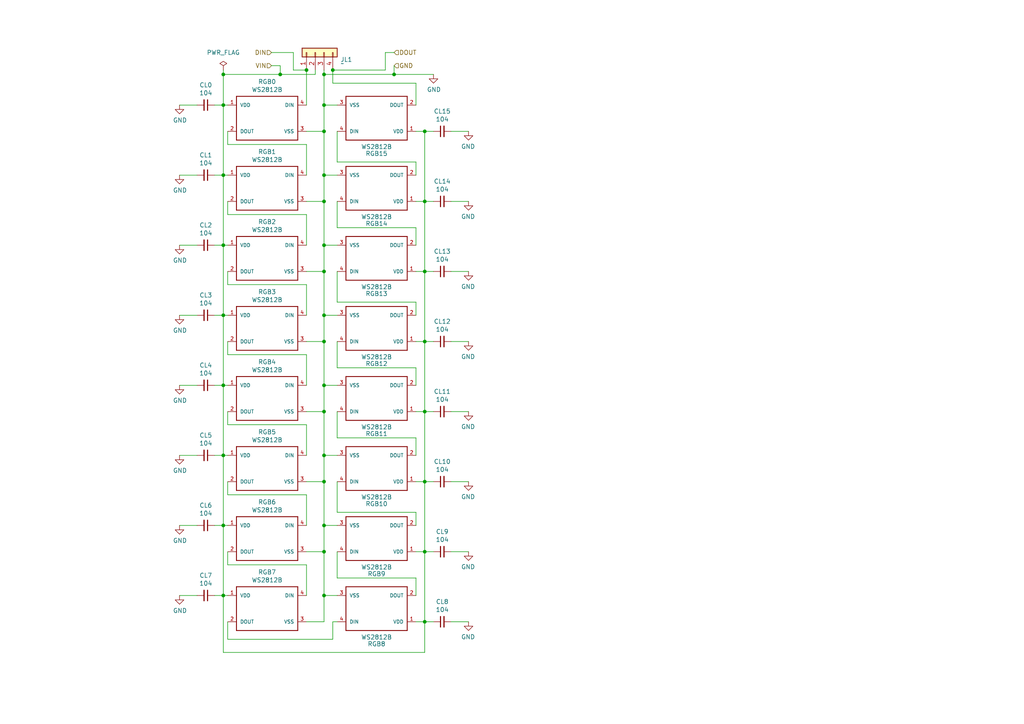
<source format=kicad_sch>
(kicad_sch (version 20230121) (generator eeschema)
  (paper "A4")
  (title_block (title "\"Stylish\" Trucker Belt Stylus Synthesizer") (date "2019-05-07") (rev "0.3") (company "SoftEgg") (comment 1 "V0.1 T.B. Trzepacz 2018/2/19") (comment 2 "V0.2 T.B. Trzepacz 2018/10/14") (comment 3 "V0.3 T.B Trzepacz 2019/5/7"))
  (lib_symbols
    (symbol "Stylish-Belt-Synth---Full-rescue:C_Small-device" (pin_numbers hide) (pin_names (offset 0.254) hide)
      (property "Reference" "C" (at 0.254 1.778 0))
      (property "Value" "C_Small-device" (at 0.254 -2.032 0))
      (symbol "C_Small-device_0_1"
        (polyline (pts (xy -1.524 -0.508) (xy 1.524 -0.508)) (stroke (width 0.3302)))
        (polyline (pts (xy -1.524 0.508) (xy 1.524 0.508)) (stroke (width 0.3048)))
      )
      (symbol "C_Small-device_1_1"
        (pin passive line (at 0 2.54 270) (length 2.032) (name "~") (number "1"))
        (pin passive line (at 0 -2.54 90) (length 2.032) (name "~") (number "2"))
      )
    )
    (symbol "Stylish-Belt-Synth---Full-rescue:Conn_01x04-conn" (pin_names (offset 1.016) hide)
      (property "Reference" "J" (at 0 5.08 0))
      (property "Value" "Conn_01x04-conn" (at 0 -7.62 0))
      (symbol "Conn_01x04-conn_1_1"
        (rectangle (start -1.27 -4.953) (end 0 -5.207) (stroke (width 0.1524)))
        (rectangle (start -1.27 -2.413) (end 0 -2.667) (stroke (width 0.1524)))
        (rectangle (start -1.27 0.127) (end 0 -0.127) (stroke (width 0.1524)))
        (rectangle (start -1.27 2.667) (end 0 2.413) (stroke (width 0.1524)))
        (rectangle (start -1.27 3.81) (end 1.27 -6.35) (stroke (width 0.254)) (fill (type background)))
        (pin passive line (at -5.08 2.54 0) (length 3.81) (name "Pin_1") (number "1"))
        (pin passive line (at -5.08 0 0) (length 3.81) (name "Pin_2") (number "2"))
        (pin passive line (at -5.08 -2.54 0) (length 3.81) (name "Pin_3") (number "3"))
        (pin passive line (at -5.08 -5.08 0) (length 3.81) (name "Pin_4") (number "4"))
      )
    )
    (symbol "Stylish-Belt-Synth---Full-rescue:WS2812B-WS2812B" (pin_names (offset 1.016))
      (property "Reference" "D" (at -2.286 8.4074 0))
      (property "Value" "WS2812B-WS2812B" (at -2.54 -7.6454 0))
      (symbol "WS2812B-WS2812B_0_0"
        (polyline (pts (xy -2.54 -5.08) (xy 15.24 -5.08)) (stroke (width 0.254)))
        (polyline (pts (xy -2.54 7.62) (xy -2.54 -5.08)) (stroke (width 0.254)))
        (polyline (pts (xy 15.24 -5.08) (xy 15.24 7.62)) (stroke (width 0.254)))
        (polyline (pts (xy 15.24 7.62) (xy -2.54 7.62)) (stroke (width 0.254)))
        (pin power_in line (at -5.08 5.08 0) (length 2.54) (name "VDD") (number "1"))
        (pin output line (at -5.08 -2.54 0) (length 2.54) (name "DOUT") (number "2"))
        (pin power_in line (at 17.78 -2.54 180) (length 2.54) (name "VSS") (number "3"))
        (pin input line (at 17.78 5.08 180) (length 2.54) (name "DIN") (number "4"))
      )
    )
    (symbol "power:GND" (power) (pin_names (offset 0))
      (property "Value" "GND" (at 0 -3.81 0))
      (symbol "GND_0_1"
        (polyline (pts (xy 0 0) (xy 0 -1.27) (xy 1.27 -1.27) (xy 0 -2.54) (xy -1.27 -1.27) (xy 0 -1.27)))
      )
      (symbol "GND_1_1"
        (pin power_in line (at 0 0 270) (length 0) hide (name "GND") (number "1"))
      )
    )
    (symbol "power:PWR_FLAG" (power) (pin_numbers hide) (pin_names (offset 0) hide)
      (property "Value" "PWR_FLAG" (at 0 3.81 0))
      (symbol "PWR_FLAG_0_0"
        (pin power_out line (at 0 0 90) (length 0) (name "pwr") (number "1"))
      )
      (symbol "PWR_FLAG_0_1"
        (polyline (pts (xy 0 0) (xy 0 1.27) (xy -1.016 1.905) (xy 0 2.54) (xy 1.016 1.905) (xy 0 1.27)))
      )
    )
  )
  (junction (at 93.98 50.8))
  (junction (at 93.98 71.12))
  (junction (at 93.98 111.76))
  (junction (at 96.52 20.32))
  (junction (at 93.98 21.59))
  (junction (at 123.19 180.34))
  (junction (at 93.98 99.06))
  (junction (at 64.77 21.59))
  (junction (at 64.77 111.76))
  (junction (at 123.19 139.7))
  (junction (at 93.98 78.74))
  (junction (at 123.19 119.38))
  (junction (at 93.98 139.7))
  (junction (at 64.77 50.8))
  (junction (at 64.77 91.44))
  (junction (at 93.98 119.38))
  (junction (at 123.19 38.1))
  (junction (at 93.98 172.72))
  (junction (at 93.98 132.08))
  (junction (at 64.77 152.4))
  (junction (at 123.19 78.74))
  (junction (at 114.3 21.59))
  (junction (at 123.19 160.02))
  (junction (at 64.77 30.48))
  (junction (at 93.98 152.4))
  (junction (at 93.98 58.42))
  (junction (at 93.98 160.02))
  (junction (at 93.98 30.48))
  (junction (at 64.77 71.12))
  (junction (at 81.28 21.59))
  (junction (at 64.77 172.72))
  (junction (at 93.98 38.1))
  (junction (at 123.19 58.42))
  (junction (at 88.9 20.32))
  (junction (at 123.19 99.06))
  (junction (at 93.98 91.44))
  (junction (at 64.77 132.08))
  (wire (pts (xy 93.98 21.59) (xy 114.3 21.59)))
  (wire (pts (xy 57.15 111.76) (xy 52.07 111.76)))
  (wire (pts (xy 120.65 119.38) (xy 123.19 119.38)))
  (wire (pts (xy 97.79 152.4) (xy 93.98 152.4)))
  (wire (pts (xy 64.77 71.12) (xy 66.04 71.12)))
  (wire (pts (xy 93.98 180.34) (xy 93.98 172.72)))
  (wire (pts (xy 66.04 78.74) (xy 66.04 82.55)))
  (wire (pts (xy 97.79 172.72) (xy 93.98 172.72)))
  (wire (pts (xy 88.9 82.55) (xy 88.9 91.44)))
  (wire (pts (xy 120.65 180.34) (xy 123.19 180.34)))
  (wire (pts (xy 64.77 111.76) (xy 64.77 91.44)))
  (wire (pts (xy 88.9 180.34) (xy 93.98 180.34)))
  (wire (pts (xy 85.09 15.24) (xy 78.74 15.24)))
  (wire (pts (xy 96.52 185.42) (xy 96.52 180.34)))
  (wire (pts (xy 64.77 132.08) (xy 66.04 132.08)))
  (wire (pts (xy 64.77 30.48) (xy 66.04 30.48)))
  (wire (pts (xy 88.9 62.23) (xy 88.9 71.12)))
  (wire (pts (xy 120.65 167.64) (xy 120.65 172.72)))
  (wire (pts (xy 81.28 21.59) (xy 64.77 21.59)))
  (wire (pts (xy 123.19 180.34) (xy 125.73 180.34)))
  (wire (pts (xy 57.15 91.44) (xy 52.07 91.44)))
  (wire (pts (xy 120.65 78.74) (xy 123.19 78.74)))
  (wire (pts (xy 64.77 111.76) (xy 62.23 111.76)))
  (wire (pts (xy 96.52 180.34) (xy 97.79 180.34)))
  (wire (pts (xy 93.98 20.32) (xy 93.98 21.59)))
  (wire (pts (xy 57.15 50.8) (xy 52.07 50.8)))
  (wire (pts (xy 97.79 127) (xy 120.65 127)))
  (wire (pts (xy 88.9 41.91) (xy 88.9 50.8)))
  (wire (pts (xy 93.98 99.06) (xy 93.98 111.76)))
  (wire (pts (xy 66.04 185.42) (xy 96.52 185.42)))
  (wire (pts (xy 97.79 167.64) (xy 120.65 167.64)))
  (wire (pts (xy 88.9 102.87) (xy 88.9 111.76)))
  (wire (pts (xy 120.65 139.7) (xy 123.19 139.7)))
  (wire (pts (xy 66.04 123.19) (xy 88.9 123.19)))
  (wire (pts (xy 97.79 160.02) (xy 97.79 167.64)))
  (wire (pts (xy 57.15 71.12) (xy 52.07 71.12)))
  (wire (pts (xy 57.15 30.48) (xy 52.07 30.48)))
  (wire (pts (xy 91.44 20.32) (xy 91.44 21.59)))
  (wire (pts (xy 97.79 106.68) (xy 97.79 99.06)))
  (wire (pts (xy 66.04 143.51) (xy 88.9 143.51)))
  (wire (pts (xy 120.65 24.13) (xy 120.65 30.48)))
  (wire (pts (xy 66.04 82.55) (xy 88.9 82.55)))
  (wire (pts (xy 64.77 111.76) (xy 66.04 111.76)))
  (wire (pts (xy 66.04 180.34) (xy 66.04 185.42)))
  (wire (pts (xy 123.19 119.38) (xy 123.19 99.06)))
  (wire (pts (xy 123.19 38.1) (xy 125.73 38.1)))
  (wire (pts (xy 88.9 163.83) (xy 88.9 172.72)))
  (wire (pts (xy 123.19 119.38) (xy 125.73 119.38)))
  (wire (pts (xy 123.19 99.06) (xy 120.65 99.06)))
  (wire (pts (xy 64.77 152.4) (xy 62.23 152.4)))
  (wire (pts (xy 88.9 123.19) (xy 88.9 132.08)))
  (wire (pts (xy 123.19 58.42) (xy 120.65 58.42)))
  (wire (pts (xy 64.77 172.72) (xy 62.23 172.72)))
  (wire (pts (xy 93.98 132.08) (xy 93.98 139.7)))
  (wire (pts (xy 97.79 38.1) (xy 97.79 46.99)))
  (wire (pts (xy 97.79 87.63) (xy 120.65 87.63)))
  (wire (pts (xy 130.81 160.02) (xy 135.89 160.02)))
  (wire (pts (xy 66.04 172.72) (xy 64.77 172.72)))
  (wire (pts (xy 130.81 139.7) (xy 135.89 139.7)))
  (wire (pts (xy 111.76 15.24) (xy 114.3 15.24)))
  (wire (pts (xy 88.9 58.42) (xy 93.98 58.42)))
  (wire (pts (xy 123.19 38.1) (xy 120.65 38.1)))
  (wire (pts (xy 66.04 62.23) (xy 88.9 62.23)))
  (wire (pts (xy 123.19 58.42) (xy 123.19 38.1)))
  (wire (pts (xy 88.9 78.74) (xy 93.98 78.74)))
  (wire (pts (xy 123.19 189.23) (xy 123.19 180.34)))
  (wire (pts (xy 120.65 87.63) (xy 120.65 91.44)))
  (wire (pts (xy 111.76 20.32) (xy 111.76 15.24)))
  (wire (pts (xy 88.9 160.02) (xy 93.98 160.02)))
  (wire (pts (xy 96.52 20.32) (xy 96.52 24.13)))
  (wire (pts (xy 64.77 152.4) (xy 66.04 152.4)))
  (wire (pts (xy 97.79 71.12) (xy 93.98 71.12)))
  (wire (pts (xy 91.44 21.59) (xy 81.28 21.59)))
  (wire (pts (xy 123.19 78.74) (xy 123.19 99.06)))
  (wire (pts (xy 64.77 152.4) (xy 64.77 132.08)))
  (wire (pts (xy 57.15 132.08) (xy 52.07 132.08)))
  (wire (pts (xy 97.79 46.99) (xy 120.65 46.99)))
  (wire (pts (xy 93.98 91.44) (xy 93.98 99.06)))
  (wire (pts (xy 130.81 78.74) (xy 135.89 78.74)))
  (wire (pts (xy 64.77 50.8) (xy 66.04 50.8)))
  (wire (pts (xy 81.28 19.05) (xy 81.28 21.59)))
  (wire (pts (xy 97.79 30.48) (xy 93.98 30.48)))
  (wire (pts (xy 123.19 180.34) (xy 123.19 160.02)))
  (wire (pts (xy 123.19 99.06) (xy 125.73 99.06)))
  (wire (pts (xy 64.77 189.23) (xy 123.19 189.23)))
  (wire (pts (xy 64.77 91.44) (xy 64.77 71.12)))
  (wire (pts (xy 64.77 50.8) (xy 62.23 50.8)))
  (wire (pts (xy 66.04 163.83) (xy 88.9 163.83)))
  (wire (pts (xy 64.77 91.44) (xy 66.04 91.44)))
  (wire (pts (xy 97.79 91.44) (xy 93.98 91.44)))
  (wire (pts (xy 123.19 139.7) (xy 125.73 139.7)))
  (wire (pts (xy 97.79 148.59) (xy 120.65 148.59)))
  (wire (pts (xy 97.79 132.08) (xy 93.98 132.08)))
  (wire (pts (xy 97.79 66.04) (xy 97.79 58.42)))
  (wire (pts (xy 120.65 46.99) (xy 120.65 50.8)))
  (wire (pts (xy 123.19 58.42) (xy 125.73 58.42)))
  (wire (pts (xy 78.74 19.05) (xy 81.28 19.05)))
  (wire (pts (xy 57.15 152.4) (xy 52.07 152.4)))
  (wire (pts (xy 64.77 91.44) (xy 62.23 91.44)))
  (wire (pts (xy 120.65 127) (xy 120.65 132.08)))
  (wire (pts (xy 66.04 102.87) (xy 88.9 102.87)))
  (wire (pts (xy 120.65 106.68) (xy 97.79 106.68)))
  (wire (pts (xy 93.98 21.59) (xy 93.98 30.48)))
  (wire (pts (xy 88.9 143.51) (xy 88.9 152.4)))
  (wire (pts (xy 66.04 58.42) (xy 66.04 62.23)))
  (wire (pts (xy 93.98 152.4) (xy 93.98 160.02)))
  (wire (pts (xy 85.09 20.32) (xy 85.09 15.24)))
  (wire (pts (xy 120.65 66.04) (xy 97.79 66.04)))
  (wire (pts (xy 123.19 160.02) (xy 120.65 160.02)))
  (wire (pts (xy 64.77 172.72) (xy 64.77 152.4)))
  (wire (pts (xy 130.81 180.34) (xy 135.89 180.34)))
  (wire (pts (xy 123.19 139.7) (xy 123.19 160.02)))
  (wire (pts (xy 93.98 71.12) (xy 93.98 78.74)))
  (wire (pts (xy 97.79 119.38) (xy 97.79 127)))
  (wire (pts (xy 64.77 132.08) (xy 64.77 111.76)))
  (wire (pts (xy 64.77 30.48) (xy 62.23 30.48)))
  (wire (pts (xy 114.3 21.59) (xy 125.73 21.59)))
  (wire (pts (xy 64.77 20.32) (xy 64.77 21.59)))
  (wire (pts (xy 66.04 139.7) (xy 66.04 143.51)))
  (wire (pts (xy 93.98 30.48) (xy 93.98 38.1)))
  (wire (pts (xy 123.19 78.74) (xy 125.73 78.74)))
  (wire (pts (xy 88.9 20.32) (xy 88.9 30.48)))
  (wire (pts (xy 64.77 71.12) (xy 64.77 50.8)))
  (wire (pts (xy 64.77 21.59) (xy 64.77 30.48)))
  (wire (pts (xy 66.04 99.06) (xy 66.04 102.87)))
  (wire (pts (xy 123.19 160.02) (xy 125.73 160.02)))
  (wire (pts (xy 93.98 50.8) (xy 93.98 58.42)))
  (wire (pts (xy 93.98 111.76) (xy 93.98 119.38)))
  (wire (pts (xy 66.04 160.02) (xy 66.04 163.83)))
  (wire (pts (xy 93.98 160.02) (xy 93.98 172.72)))
  (wire (pts (xy 93.98 78.74) (xy 93.98 91.44)))
  (wire (pts (xy 66.04 41.91) (xy 88.9 41.91)))
  (wire (pts (xy 66.04 119.38) (xy 66.04 123.19)))
  (wire (pts (xy 64.77 172.72) (xy 64.77 189.23)))
  (wire (pts (xy 96.52 24.13) (xy 120.65 24.13)))
  (wire (pts (xy 88.9 119.38) (xy 93.98 119.38)))
  (wire (pts (xy 120.65 71.12) (xy 120.65 66.04)))
  (wire (pts (xy 123.19 78.74) (xy 123.19 58.42)))
  (wire (pts (xy 66.04 38.1) (xy 66.04 41.91)))
  (wire (pts (xy 64.77 50.8) (xy 64.77 30.48)))
  (wire (pts (xy 97.79 50.8) (xy 93.98 50.8)))
  (wire (pts (xy 88.9 38.1) (xy 93.98 38.1)))
  (wire (pts (xy 93.98 58.42) (xy 93.98 71.12)))
  (wire (pts (xy 64.77 132.08) (xy 62.23 132.08)))
  (wire (pts (xy 123.19 119.38) (xy 123.19 139.7)))
  (wire (pts (xy 114.3 21.59) (xy 114.3 19.05)))
  (wire (pts (xy 120.65 148.59) (xy 120.65 152.4)))
  (wire (pts (xy 57.15 172.72) (xy 52.07 172.72)))
  (wire (pts (xy 88.9 139.7) (xy 93.98 139.7)))
  (wire (pts (xy 130.81 99.06) (xy 135.89 99.06)))
  (wire (pts (xy 97.79 78.74) (xy 97.79 87.63)))
  (wire (pts (xy 130.81 119.38) (xy 135.89 119.38)))
  (wire (pts (xy 130.81 38.1) (xy 135.89 38.1)))
  (wire (pts (xy 96.52 20.32) (xy 111.76 20.32)))
  (wire (pts (xy 130.81 58.42) (xy 135.89 58.42)))
  (wire (pts (xy 93.98 50.8) (xy 93.98 38.1)))
  (wire (pts (xy 120.65 111.76) (xy 120.65 106.68)))
  (wire (pts (xy 97.79 139.7) (xy 97.79 148.59)))
  (wire (pts (xy 97.79 111.76) (xy 93.98 111.76)))
  (wire (pts (xy 88.9 20.32) (xy 85.09 20.32)))
  (wire (pts (xy 64.77 71.12) (xy 62.23 71.12)))
  (wire (pts (xy 93.98 139.7) (xy 93.98 152.4)))
  (wire (pts (xy 88.9 99.06) (xy 93.98 99.06)))
  (wire (pts (xy 93.98 119.38) (xy 93.98 132.08)))
  (hierarchical_label "DOUT" (shape input) (at 114.3 15.24 0))
  (hierarchical_label "GND" (shape input) (at 114.3 19.05 0))
  (hierarchical_label "DIN" (shape input) (at 78.74 15.24 180))
  (hierarchical_label "VIN" (shape input) (at 78.74 19.05 180))
  (symbol (lib_id "Stylish-Belt-Synth---Full-rescue:WS2812B-WS2812B") (at 71.12 35.56 0) (unit 1)
    (property "Reference" "RGB0" (at 77.47 23.6982 0))
    (property "Value" "WS2812B" (at 77.47 26.0096 0))
    (property "Footprint" "LED_SMD:LED_WS2812B_PLCC4_5.0x5.0mm_P3.2mm" (effects hide))
    (property "Datasheet" "None" (effects hide))
    (property "Field4" "Intelligent Control Led Integrated Light Source Pack Of 10" (effects hide))
    (property "Field5" "Adafruit Industries" (effects hide))
    (property "Field6" "5.84 USD" (effects hide))
    (property "Field7" "WS2812B" (effects hide))
    (property "Field8" "Warning" (effects hide))
  )
  (symbol (lib_id "Stylish-Belt-Synth---Full-rescue:WS2812B-WS2812B") (at 71.12 55.88 0) (unit 1)
    (property "Reference" "RGB1" (at 77.47 44.0182 0))
    (property "Value" "WS2812B" (at 77.47 46.3296 0))
    (property "Footprint" "LED_SMD:LED_WS2812B_PLCC4_5.0x5.0mm_P3.2mm" (effects hide))
    (property "Datasheet" "None" (effects hide))
    (property "Field4" "Intelligent Control Led Integrated Light Source Pack Of 10" (effects hide))
    (property "Field5" "Adafruit Industries" (effects hide))
    (property "Field6" "5.84 USD" (effects hide))
    (property "Field7" "WS2812B" (effects hide))
    (property "Field8" "Warning" (effects hide))
  )
  (symbol (lib_id "Stylish-Belt-Synth---Full-rescue:WS2812B-WS2812B") (at 71.12 76.2 0) (unit 1)
    (property "Reference" "RGB2" (at 77.47 64.3382 0))
    (property "Value" "WS2812B" (at 77.47 66.6496 0))
    (property "Footprint" "LED_SMD:LED_WS2812B_PLCC4_5.0x5.0mm_P3.2mm" (effects hide))
    (property "Datasheet" "None" (effects hide))
    (property "Field4" "Intelligent Control Led Integrated Light Source Pack Of 10" (effects hide))
    (property "Field5" "Adafruit Industries" (effects hide))
    (property "Field6" "5.84 USD" (effects hide))
    (property "Field7" "WS2812B" (effects hide))
    (property "Field8" "Warning" (effects hide))
  )
  (symbol (lib_id "Stylish-Belt-Synth---Full-rescue:WS2812B-WS2812B") (at 71.12 96.52 0) (unit 1)
    (property "Reference" "RGB3" (at 77.47 84.6582 0))
    (property "Value" "WS2812B" (at 77.47 86.9696 0))
    (property "Footprint" "LED_SMD:LED_WS2812B_PLCC4_5.0x5.0mm_P3.2mm" (effects hide))
    (property "Datasheet" "None" (effects hide))
    (property "Field4" "Intelligent Control Led Integrated Light Source Pack Of 10" (effects hide))
    (property "Field5" "Adafruit Industries" (effects hide))
    (property "Field6" "5.84 USD" (effects hide))
    (property "Field7" "WS2812B" (effects hide))
    (property "Field8" "Warning" (effects hide))
  )
  (symbol (lib_id "Stylish-Belt-Synth---Full-rescue:WS2812B-WS2812B") (at 71.12 116.84 0) (unit 1)
    (property "Reference" "RGB4" (at 77.47 104.9782 0))
    (property "Value" "WS2812B" (at 77.47 107.2896 0))
    (property "Footprint" "LED_SMD:LED_WS2812B_PLCC4_5.0x5.0mm_P3.2mm" (effects hide))
    (property "Datasheet" "None" (effects hide))
    (property "Field4" "Intelligent Control Led Integrated Light Source Pack Of 10" (effects hide))
    (property "Field5" "Adafruit Industries" (effects hide))
    (property "Field6" "5.84 USD" (effects hide))
    (property "Field7" "WS2812B" (effects hide))
    (property "Field8" "Warning" (effects hide))
  )
  (symbol (lib_id "Stylish-Belt-Synth---Full-rescue:WS2812B-WS2812B") (at 71.12 137.16 0) (unit 1)
    (property "Reference" "RGB5" (at 77.47 125.2982 0))
    (property "Value" "WS2812B" (at 77.47 127.6096 0))
    (property "Footprint" "LED_SMD:LED_WS2812B_PLCC4_5.0x5.0mm_P3.2mm" (effects hide))
    (property "Datasheet" "None" (effects hide))
    (property "Field4" "Intelligent Control Led Integrated Light Source Pack Of 10" (effects hide))
    (property "Field5" "Adafruit Industries" (effects hide))
    (property "Field6" "5.84 USD" (effects hide))
    (property "Field7" "WS2812B" (effects hide))
    (property "Field8" "Warning" (effects hide))
  )
  (symbol (lib_id "Stylish-Belt-Synth---Full-rescue:WS2812B-WS2812B") (at 71.12 157.48 0) (unit 1)
    (property "Reference" "RGB6" (at 77.47 145.6182 0))
    (property "Value" "WS2812B" (at 77.47 147.9296 0))
    (property "Footprint" "LED_SMD:LED_WS2812B_PLCC4_5.0x5.0mm_P3.2mm" (effects hide))
    (property "Datasheet" "None" (effects hide))
    (property "Field4" "Intelligent Control Led Integrated Light Source Pack Of 10" (effects hide))
    (property "Field5" "Adafruit Industries" (effects hide))
    (property "Field6" "5.84 USD" (effects hide))
    (property "Field7" "WS2812B" (effects hide))
    (property "Field8" "Warning" (effects hide))
  )
  (symbol (lib_id "Stylish-Belt-Synth---Full-rescue:WS2812B-WS2812B") (at 71.12 177.8 0) (unit 1)
    (property "Reference" "RGB7" (at 77.47 165.9382 0))
    (property "Value" "WS2812B" (at 77.47 168.2496 0))
    (property "Footprint" "LED_SMD:LED_WS2812B_PLCC4_5.0x5.0mm_P3.2mm" (effects hide))
    (property "Datasheet" "None" (effects hide))
    (property "Field4" "Intelligent Control Led Integrated Light Source Pack Of 10" (effects hide))
    (property "Field5" "Adafruit Industries" (effects hide))
    (property "Field6" "5.84 USD" (effects hide))
    (property "Field7" "WS2812B" (effects hide))
    (property "Field8" "Warning" (effects hide))
  )
  (symbol (lib_id "Stylish-Belt-Synth---Full-rescue:WS2812B-WS2812B") (at 115.57 175.26 180) (unit 1)
    (property "Reference" "RGB8" (at 109.22 186.055 0) (effects (justify bottom)))
    (property "Value" "WS2812B" (at 109.22 184.8104 0))
    (property "Footprint" "LED_SMD:LED_WS2812B_PLCC4_5.0x5.0mm_P3.2mm" (effects hide))
    (property "Datasheet" "None" (effects hide))
    (property "Field4" "Intelligent Control Led Integrated Light Source Pack Of 10" (effects hide))
    (property "Field5" "Adafruit Industries" (effects hide))
    (property "Field6" "5.84 USD" (effects hide))
    (property "Field7" "WS2812B" (effects hide))
    (property "Field8" "Warning" (effects hide))
  )
  (symbol (lib_id "Stylish-Belt-Synth---Full-rescue:WS2812B-WS2812B") (at 115.57 154.94 180) (unit 1)
    (property "Reference" "RGB9" (at 109.22 165.735 0) (effects (justify bottom)))
    (property "Value" "WS2812B" (at 109.22 164.4904 0))
    (property "Footprint" "LED_SMD:LED_WS2812B_PLCC4_5.0x5.0mm_P3.2mm" (effects hide))
    (property "Datasheet" "None" (effects hide))
    (property "Field4" "Intelligent Control Led Integrated Light Source Pack Of 10" (effects hide))
    (property "Field5" "Adafruit Industries" (effects hide))
    (property "Field6" "5.84 USD" (effects hide))
    (property "Field7" "WS2812B" (effects hide))
    (property "Field8" "Warning" (effects hide))
  )
  (symbol (lib_id "Stylish-Belt-Synth---Full-rescue:WS2812B-WS2812B") (at 115.57 134.62 180) (unit 1)
    (property "Reference" "RGB10" (at 109.22 145.415 0) (effects (justify bottom)))
    (property "Value" "WS2812B" (at 109.22 144.1704 0))
    (property "Footprint" "LED_SMD:LED_WS2812B_PLCC4_5.0x5.0mm_P3.2mm" (effects hide))
    (property "Datasheet" "None" (effects hide))
    (property "Field4" "Intelligent Control Led Integrated Light Source Pack Of 10" (effects hide))
    (property "Field5" "Adafruit Industries" (effects hide))
    (property "Field6" "5.84 USD" (effects hide))
    (property "Field7" "WS2812B" (effects hide))
    (property "Field8" "Warning" (effects hide))
  )
  (symbol (lib_id "Stylish-Belt-Synth---Full-rescue:WS2812B-WS2812B") (at 115.57 114.3 180) (unit 1)
    (property "Reference" "RGB11" (at 109.22 125.095 0) (effects (justify bottom)))
    (property "Value" "WS2812B" (at 109.22 123.8504 0))
    (property "Footprint" "LED_SMD:LED_WS2812B_PLCC4_5.0x5.0mm_P3.2mm" (effects hide))
    (property "Datasheet" "None" (effects hide))
    (property "Field4" "Intelligent Control Led Integrated Light Source Pack Of 10" (effects hide))
    (property "Field5" "Adafruit Industries" (effects hide))
    (property "Field6" "5.84 USD" (effects hide))
    (property "Field7" "WS2812B" (effects hide))
    (property "Field8" "Warning" (effects hide))
  )
  (symbol (lib_id "Stylish-Belt-Synth---Full-rescue:WS2812B-WS2812B") (at 115.57 93.98 180) (unit 1)
    (property "Reference" "RGB12" (at 109.22 104.775 0) (effects (justify bottom)))
    (property "Value" "WS2812B" (at 109.22 103.5304 0))
    (property "Footprint" "LED_SMD:LED_WS2812B_PLCC4_5.0x5.0mm_P3.2mm" (effects hide))
    (property "Datasheet" "None" (effects hide))
    (property "Field4" "Intelligent Control Led Integrated Light Source Pack Of 10" (effects hide))
    (property "Field5" "Adafruit Industries" (effects hide))
    (property "Field6" "5.84 USD" (effects hide))
    (property "Field7" "WS2812B" (effects hide))
    (property "Field8" "Warning" (effects hide))
  )
  (symbol (lib_id "Stylish-Belt-Synth---Full-rescue:WS2812B-WS2812B") (at 115.57 73.66 180) (unit 1)
    (property "Reference" "RGB13" (at 109.22 84.455 0) (effects (justify bottom)))
    (property "Value" "WS2812B" (at 109.22 83.2104 0))
    (property "Footprint" "LED_SMD:LED_WS2812B_PLCC4_5.0x5.0mm_P3.2mm" (effects hide))
    (property "Datasheet" "None" (effects hide))
    (property "Field4" "Intelligent Control Led Integrated Light Source Pack Of 10" (effects hide))
    (property "Field5" "Adafruit Industries" (effects hide))
    (property "Field6" "5.84 USD" (effects hide))
    (property "Field7" "WS2812B" (effects hide))
    (property "Field8" "Warning" (effects hide))
  )
  (symbol (lib_id "Stylish-Belt-Synth---Full-rescue:WS2812B-WS2812B") (at 115.57 53.34 180) (unit 1)
    (property "Reference" "RGB14" (at 109.22 64.135 0) (effects (justify bottom)))
    (property "Value" "WS2812B" (at 109.22 62.8904 0))
    (property "Footprint" "LED_SMD:LED_WS2812B_PLCC4_5.0x5.0mm_P3.2mm" (effects hide))
    (property "Datasheet" "None" (effects hide))
    (property "Field4" "Intelligent Control Led Integrated Light Source Pack Of 10" (effects hide))
    (property "Field5" "Adafruit Industries" (effects hide))
    (property "Field6" "5.84 USD" (effects hide))
    (property "Field7" "WS2812B" (effects hide))
    (property "Field8" "Warning" (effects hide))
  )
  (symbol (lib_id "Stylish-Belt-Synth---Full-rescue:WS2812B-WS2812B") (at 115.57 33.02 180) (unit 1)
    (property "Reference" "RGB15" (at 109.22 43.815 0) (effects (justify bottom)))
    (property "Value" "WS2812B" (at 109.22 42.5704 0))
    (property "Footprint" "LED_SMD:LED_WS2812B_PLCC4_5.0x5.0mm_P3.2mm" (effects hide))
    (property "Datasheet" "None" (effects hide))
    (property "Field4" "Intelligent Control Led Integrated Light Source Pack Of 10" (effects hide))
    (property "Field5" "Adafruit Industries" (effects hide))
    (property "Field6" "5.84 USD" (effects hide))
    (property "Field7" "WS2812B" (effects hide))
    (property "Field8" "Warning" (effects hide))
  )
  (symbol (lib_id "Stylish-Belt-Synth---Full-rescue:Conn_01x04-conn") (at 91.44 15.24 90) (unit 1)
    (property "Reference" "JL1" (at 98.7552 17.272 90) (effects (justify right)))
    (property "Value" "~" (at 98.7552 18.415 90) (effects (justify right)))
    (property "Footprint" "Connector_PinHeader_2.54mm:PinHeader_1x04_P2.54mm_Vertical" (effects hide))
  )
  (symbol (lib_id "power:GND") (at 125.73 21.59 0) (unit 1)
    (property "Reference" "#PWR0108" (effects hide))
    (property "Value" "GND" (at 125.857 25.9842 0))
  )
  (symbol (lib_id "Stylish-Belt-Synth---Full-rescue:C_Small-device") (at 59.69 30.48 270) (unit 1)
    (property "Reference" "CL0" (at 59.69 24.6634 90))
    (property "Value" "104" (at 59.69 26.9748 90))
    (property "Footprint" "Capacitor_SMD:C_0805_2012Metric_Pad1.18x1.45mm_HandSolder" (effects hide))
  )
  (symbol (lib_id "power:GND") (at 52.07 30.48 0) (unit 1)
    (property "Reference" "#PWR0109" (effects hide))
    (property "Value" "GND" (at 52.197 34.8742 0))
  )
  (symbol (lib_id "Stylish-Belt-Synth---Full-rescue:C_Small-device") (at 59.69 50.8 270) (unit 1)
    (property "Reference" "CL1" (at 59.69 44.9834 90))
    (property "Value" "104" (at 59.69 47.2948 90))
    (property "Footprint" "Capacitor_SMD:C_0805_2012Metric_Pad1.18x1.45mm_HandSolder" (effects hide))
  )
  (symbol (lib_id "power:GND") (at 52.07 50.8 0) (unit 1)
    (property "Reference" "#PWR0110" (effects hide))
    (property "Value" "GND" (at 52.197 55.1942 0))
  )
  (symbol (lib_id "Stylish-Belt-Synth---Full-rescue:C_Small-device") (at 59.69 71.12 270) (unit 1)
    (property "Reference" "CL2" (at 59.69 65.3034 90))
    (property "Value" "104" (at 59.69 67.6148 90))
    (property "Footprint" "Capacitor_SMD:C_0805_2012Metric_Pad1.18x1.45mm_HandSolder" (effects hide))
  )
  (symbol (lib_id "power:GND") (at 52.07 71.12 0) (unit 1)
    (property "Reference" "#PWR0111" (effects hide))
    (property "Value" "GND" (at 52.197 75.5142 0))
  )
  (symbol (lib_id "Stylish-Belt-Synth---Full-rescue:C_Small-device") (at 59.69 91.44 270) (unit 1)
    (property "Reference" "CL3" (at 59.69 85.6234 90))
    (property "Value" "104" (at 59.69 87.9348 90))
    (property "Footprint" "Capacitor_SMD:C_0805_2012Metric_Pad1.18x1.45mm_HandSolder" (effects hide))
  )
  (symbol (lib_id "power:GND") (at 52.07 91.44 0) (unit 1)
    (property "Reference" "#PWR0112" (effects hide))
    (property "Value" "GND" (at 52.197 95.8342 0))
  )
  (symbol (lib_id "Stylish-Belt-Synth---Full-rescue:C_Small-device") (at 59.69 111.76 270) (unit 1)
    (property "Reference" "CL4" (at 59.69 105.9434 90))
    (property "Value" "104" (at 59.69 108.2548 90))
    (property "Footprint" "Capacitor_SMD:C_0805_2012Metric_Pad1.18x1.45mm_HandSolder" (effects hide))
  )
  (symbol (lib_id "power:GND") (at 52.07 111.76 0) (unit 1)
    (property "Reference" "#PWR0113" (effects hide))
    (property "Value" "GND" (at 52.197 116.1542 0))
  )
  (symbol (lib_id "Stylish-Belt-Synth---Full-rescue:C_Small-device") (at 59.69 132.08 270) (unit 1)
    (property "Reference" "CL5" (at 59.69 126.2634 90))
    (property "Value" "104" (at 59.69 128.5748 90))
    (property "Footprint" "Capacitor_SMD:C_0805_2012Metric_Pad1.18x1.45mm_HandSolder" (effects hide))
  )
  (symbol (lib_id "power:GND") (at 52.07 132.08 0) (unit 1)
    (property "Reference" "#PWR0114" (effects hide))
    (property "Value" "GND" (at 52.197 136.4742 0))
  )
  (symbol (lib_id "Stylish-Belt-Synth---Full-rescue:C_Small-device") (at 59.69 152.4 270) (unit 1)
    (property "Reference" "CL6" (at 59.69 146.5834 90))
    (property "Value" "104" (at 59.69 148.8948 90))
    (property "Footprint" "Capacitor_SMD:C_0805_2012Metric_Pad1.18x1.45mm_HandSolder" (effects hide))
  )
  (symbol (lib_id "power:GND") (at 52.07 152.4 0) (unit 1)
    (property "Reference" "#PWR0115" (effects hide))
    (property "Value" "GND" (at 52.197 156.7942 0))
  )
  (symbol (lib_id "Stylish-Belt-Synth---Full-rescue:C_Small-device") (at 59.69 172.72 270) (unit 1)
    (property "Reference" "CL7" (at 59.69 166.9034 90))
    (property "Value" "104" (at 59.69 169.2148 90))
    (property "Footprint" "Capacitor_SMD:C_0805_2012Metric_Pad1.18x1.45mm_HandSolder" (effects hide))
  )
  (symbol (lib_id "power:GND") (at 52.07 172.72 0) (unit 1)
    (property "Reference" "#PWR0116" (effects hide))
    (property "Value" "GND" (at 52.197 177.1142 0))
  )
  (symbol (lib_id "Stylish-Belt-Synth---Full-rescue:C_Small-device") (at 128.27 38.1 90) (mirror x) (unit 1)
    (property "Reference" "CL15" (at 128.27 32.2834 90))
    (property "Value" "104" (at 128.27 34.5948 90))
    (property "Footprint" "Capacitor_SMD:C_0805_2012Metric_Pad1.18x1.45mm_HandSolder" (effects hide))
  )
  (symbol (lib_id "power:GND") (at 135.89 38.1 0) (mirror y) (unit 1)
    (property "Reference" "#PWR0117" (effects hide))
    (property "Value" "GND" (at 135.763 42.4942 0))
  )
  (symbol (lib_id "Stylish-Belt-Synth---Full-rescue:C_Small-device") (at 128.27 58.42 90) (mirror x) (unit 1)
    (property "Reference" "CL14" (at 128.27 52.6034 90))
    (property "Value" "104" (at 128.27 54.9148 90))
    (property "Footprint" "Capacitor_SMD:C_0805_2012Metric_Pad1.18x1.45mm_HandSolder" (effects hide))
  )
  (symbol (lib_id "power:GND") (at 135.89 58.42 0) (mirror y) (unit 1)
    (property "Reference" "#PWR0118" (effects hide))
    (property "Value" "GND" (at 135.763 62.8142 0))
  )
  (symbol (lib_id "Stylish-Belt-Synth---Full-rescue:C_Small-device") (at 128.27 78.74 90) (mirror x) (unit 1)
    (property "Reference" "CL13" (at 128.27 72.9234 90))
    (property "Value" "104" (at 128.27 75.2348 90))
    (property "Footprint" "Capacitor_SMD:C_0805_2012Metric_Pad1.18x1.45mm_HandSolder" (effects hide))
  )
  (symbol (lib_id "power:GND") (at 135.89 78.74 0) (mirror y) (unit 1)
    (property "Reference" "#PWR0119" (effects hide))
    (property "Value" "GND" (at 135.763 83.1342 0))
  )
  (symbol (lib_id "Stylish-Belt-Synth---Full-rescue:C_Small-device") (at 128.27 99.06 90) (mirror x) (unit 1)
    (property "Reference" "CL12" (at 128.27 93.2434 90))
    (property "Value" "104" (at 128.27 95.5548 90))
    (property "Footprint" "Capacitor_SMD:C_0805_2012Metric_Pad1.18x1.45mm_HandSolder" (effects hide))
  )
  (symbol (lib_id "power:GND") (at 135.89 99.06 0) (mirror y) (unit 1)
    (property "Reference" "#PWR0120" (effects hide))
    (property "Value" "GND" (at 135.763 103.4542 0))
  )
  (symbol (lib_id "Stylish-Belt-Synth---Full-rescue:C_Small-device") (at 128.27 119.38 90) (mirror x) (unit 1)
    (property "Reference" "CL11" (at 128.27 113.5634 90))
    (property "Value" "104" (at 128.27 115.8748 90))
    (property "Footprint" "Capacitor_SMD:C_0805_2012Metric_Pad1.18x1.45mm_HandSolder" (effects hide))
  )
  (symbol (lib_id "power:GND") (at 135.89 119.38 0) (mirror y) (unit 1)
    (property "Reference" "#PWR0121" (effects hide))
    (property "Value" "GND" (at 135.763 123.7742 0))
  )
  (symbol (lib_id "Stylish-Belt-Synth---Full-rescue:C_Small-device") (at 128.27 139.7 90) (mirror x) (unit 1)
    (property "Reference" "CL10" (at 128.27 133.8834 90))
    (property "Value" "104" (at 128.27 136.1948 90))
    (property "Footprint" "Capacitor_SMD:C_0805_2012Metric_Pad1.18x1.45mm_HandSolder" (effects hide))
  )
  (symbol (lib_id "power:GND") (at 135.89 139.7 0) (mirror y) (unit 1)
    (property "Reference" "#PWR0122" (effects hide))
    (property "Value" "GND" (at 135.763 144.0942 0))
  )
  (symbol (lib_id "Stylish-Belt-Synth---Full-rescue:C_Small-device") (at 128.27 160.02 90) (mirror x) (unit 1)
    (property "Reference" "CL9" (at 128.27 154.2034 90))
    (property "Value" "104" (at 128.27 156.5148 90))
    (property "Footprint" "Capacitor_SMD:C_0805_2012Metric_Pad1.18x1.45mm_HandSolder" (effects hide))
  )
  (symbol (lib_id "power:GND") (at 135.89 160.02 0) (mirror y) (unit 1)
    (property "Reference" "#PWR0123" (effects hide))
    (property "Value" "GND" (at 135.763 164.4142 0))
  )
  (symbol (lib_id "Stylish-Belt-Synth---Full-rescue:C_Small-device") (at 128.27 180.34 90) (mirror x) (unit 1)
    (property "Reference" "CL8" (at 128.27 174.5234 90))
    (property "Value" "104" (at 128.27 176.8348 90))
    (property "Footprint" "Capacitor_SMD:C_0805_2012Metric_Pad1.18x1.45mm_HandSolder" (effects hide))
  )
  (symbol (lib_id "power:GND") (at 135.89 180.34 0) (mirror y) (unit 1)
    (property "Reference" "#PWR0124" (effects hide))
    (property "Value" "GND" (at 135.763 184.7342 0))
  )
  (symbol (lib_id "power:PWR_FLAG") (at 64.77 20.32 0) (unit 1)
    (property "Reference" "#FLG04" (effects hide))
    (property "Value" "PWR_FLAG" (at 64.77 15.24 0))
  )
)
</source>
